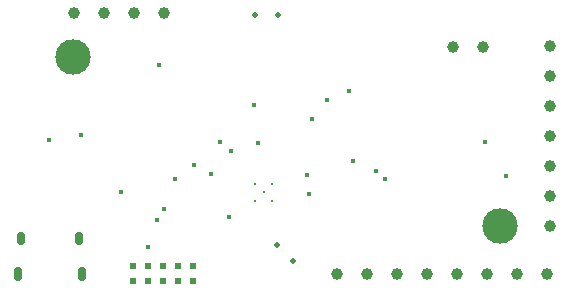
<source format=gbr>
%TF.GenerationSoftware,KiCad,Pcbnew,(5.0.0)*%
%TF.CreationDate,2019-01-02T23:42:08+00:00*%
%TF.ProjectId,beetle_dsn2_routed_pcb,626565746C655F64736E325F726F7574,rev?*%
%TF.SameCoordinates,Original*%
%TF.FileFunction,Plated,1,2,PTH,Mixed*%
%TF.FilePolarity,Positive*%
%FSLAX46Y46*%
G04 Gerber Fmt 4.6, Leading zero omitted, Abs format (unit mm)*
G04 Created by KiCad (PCBNEW (5.0.0)) date 01/02/19 23:42:09*
%MOMM*%
%LPD*%
G01*
G04 APERTURE LIST*
%TA.AperFunction,ComponentDrill*%
%ADD10C,0.304800*%
%TD*%
%TA.AperFunction,ViaDrill*%
%ADD11C,0.400000*%
%TD*%
%TA.AperFunction,ComponentDrill*%
%ADD12C,0.500000*%
%TD*%
%TA.AperFunction,ComponentDrill*%
%ADD13C,0.609600*%
%TD*%
%TA.AperFunction,Slot*%
%ADD14C,0.650000*%
%TD*%
%TA.AperFunction,Slot*%
%ADD15C,0.700000*%
%TD*%
%TA.AperFunction,ComponentDrill*%
%ADD16C,1.000000*%
%TD*%
%TA.AperFunction,ViaDrill*%
%ADD17C,3.000000*%
%TD*%
G04 APERTURE END LIST*
D10*
%TO.C,U1*%
X121292893Y-83392893D03*
X121292893Y-84807107D03*
X122000000Y-84100000D03*
X122707107Y-83392893D03*
X122707107Y-84807107D03*
%TD*%
D11*
X103800000Y-79700000D03*
X106500000Y-79200000D03*
X109900000Y-84100000D03*
X112225000Y-88700000D03*
X112975000Y-86425000D03*
X113100000Y-73300000D03*
X113525000Y-85525000D03*
X114470133Y-82929867D03*
X116075000Y-81800000D03*
X117575000Y-82575000D03*
X118325000Y-79800000D03*
X119100000Y-86200000D03*
X119225000Y-80575000D03*
X121200000Y-76700000D03*
X121475000Y-79875000D03*
X125700000Y-82600000D03*
X125800000Y-84200000D03*
X126100000Y-77900000D03*
X127400000Y-76300000D03*
X129200000Y-75500000D03*
X129600000Y-81400000D03*
X131496578Y-82297240D03*
X132275000Y-82925000D03*
X140700000Y-79800000D03*
X142475000Y-82699999D03*
D12*
%TO.C,Y2*%
X121300000Y-69100000D03*
X123200000Y-69100000D03*
%TO.C,Y1*%
X123156497Y-88556497D03*
X124500000Y-89900000D03*
D13*
%TO.C,JP3*%
X110960000Y-90365000D03*
X110960000Y-91635000D03*
X112230000Y-90365000D03*
X112230000Y-91635000D03*
X113500000Y-90365000D03*
X113500000Y-91635000D03*
X114770000Y-90365000D03*
X114770000Y-91635000D03*
X116040000Y-90365000D03*
X116040000Y-91635000D03*
D14*
%TO.C,J6*%
X101480000Y-87780000D02*
X101480000Y-88180000D01*
X106320000Y-87780000D02*
X106320000Y-88180000D01*
D15*
X101170000Y-90730000D02*
X101170000Y-91230000D01*
X106630000Y-90730000D02*
X106630000Y-91230000D01*
D16*
%TO.C,J3*%
X105980000Y-68900000D03*
X108520000Y-68900000D03*
X111060000Y-68900000D03*
X113600000Y-68900000D03*
%TO.C,J5*%
X128200000Y-91000000D03*
X130740000Y-91000000D03*
X133280000Y-91000000D03*
X135820000Y-91000000D03*
X138360000Y-91000000D03*
X140900000Y-91000000D03*
X143440000Y-91000000D03*
X145980000Y-91000000D03*
%TO.C,J1*%
X146200000Y-71700000D03*
X146200000Y-74240000D03*
X146200000Y-76780000D03*
X146200000Y-79320000D03*
X146200000Y-81860000D03*
X146200000Y-84400000D03*
X146200000Y-86940000D03*
%TO.C,J4*%
X138060000Y-71800000D03*
X140600000Y-71800000D03*
%TD*%
D17*
X105850000Y-72625000D03*
X141975000Y-86950000D03*
M02*

</source>
